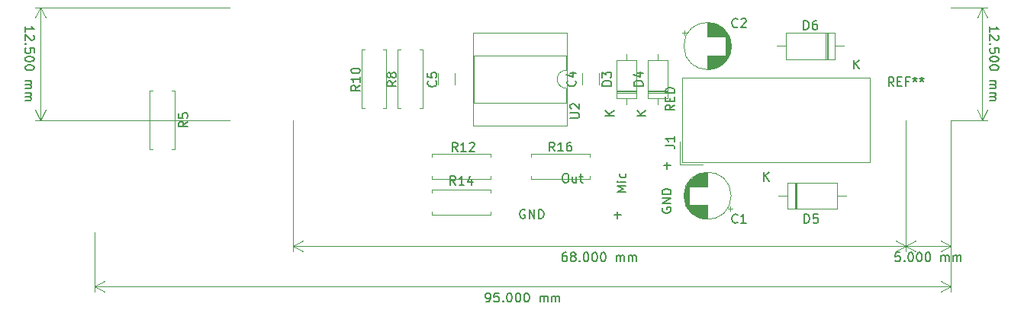
<source format=gbr>
G04 #@! TF.GenerationSoftware,KiCad,Pcbnew,5.1.5-52549c5~84~ubuntu18.04.1*
G04 #@! TF.CreationDate,2020-03-23T11:13:26-04:00*
G04 #@! TF.ProjectId,Mikrokosmos,4d696b72-6f6b-46f7-936d-6f732e6b6963,rev?*
G04 #@! TF.SameCoordinates,Original*
G04 #@! TF.FileFunction,Legend,Top*
G04 #@! TF.FilePolarity,Positive*
%FSLAX46Y46*%
G04 Gerber Fmt 4.6, Leading zero omitted, Abs format (unit mm)*
G04 Created by KiCad (PCBNEW 5.1.5-52549c5~84~ubuntu18.04.1) date 2020-03-23 11:13:26*
%MOMM*%
%LPD*%
G04 APERTURE LIST*
%ADD10C,0.150000*%
%ADD11C,0.120000*%
G04 APERTURE END LIST*
D10*
X143452380Y-132722380D02*
X143642857Y-132722380D01*
X143738095Y-132674761D01*
X143785714Y-132627142D01*
X143880952Y-132484285D01*
X143928571Y-132293809D01*
X143928571Y-131912857D01*
X143880952Y-131817619D01*
X143833333Y-131770000D01*
X143738095Y-131722380D01*
X143547619Y-131722380D01*
X143452380Y-131770000D01*
X143404761Y-131817619D01*
X143357142Y-131912857D01*
X143357142Y-132150952D01*
X143404761Y-132246190D01*
X143452380Y-132293809D01*
X143547619Y-132341428D01*
X143738095Y-132341428D01*
X143833333Y-132293809D01*
X143880952Y-132246190D01*
X143928571Y-132150952D01*
X144833333Y-131722380D02*
X144357142Y-131722380D01*
X144309523Y-132198571D01*
X144357142Y-132150952D01*
X144452380Y-132103333D01*
X144690476Y-132103333D01*
X144785714Y-132150952D01*
X144833333Y-132198571D01*
X144880952Y-132293809D01*
X144880952Y-132531904D01*
X144833333Y-132627142D01*
X144785714Y-132674761D01*
X144690476Y-132722380D01*
X144452380Y-132722380D01*
X144357142Y-132674761D01*
X144309523Y-132627142D01*
X145309523Y-132627142D02*
X145357142Y-132674761D01*
X145309523Y-132722380D01*
X145261904Y-132674761D01*
X145309523Y-132627142D01*
X145309523Y-132722380D01*
X145976190Y-131722380D02*
X146071428Y-131722380D01*
X146166666Y-131770000D01*
X146214285Y-131817619D01*
X146261904Y-131912857D01*
X146309523Y-132103333D01*
X146309523Y-132341428D01*
X146261904Y-132531904D01*
X146214285Y-132627142D01*
X146166666Y-132674761D01*
X146071428Y-132722380D01*
X145976190Y-132722380D01*
X145880952Y-132674761D01*
X145833333Y-132627142D01*
X145785714Y-132531904D01*
X145738095Y-132341428D01*
X145738095Y-132103333D01*
X145785714Y-131912857D01*
X145833333Y-131817619D01*
X145880952Y-131770000D01*
X145976190Y-131722380D01*
X146928571Y-131722380D02*
X147023809Y-131722380D01*
X147119047Y-131770000D01*
X147166666Y-131817619D01*
X147214285Y-131912857D01*
X147261904Y-132103333D01*
X147261904Y-132341428D01*
X147214285Y-132531904D01*
X147166666Y-132627142D01*
X147119047Y-132674761D01*
X147023809Y-132722380D01*
X146928571Y-132722380D01*
X146833333Y-132674761D01*
X146785714Y-132627142D01*
X146738095Y-132531904D01*
X146690476Y-132341428D01*
X146690476Y-132103333D01*
X146738095Y-131912857D01*
X146785714Y-131817619D01*
X146833333Y-131770000D01*
X146928571Y-131722380D01*
X147880952Y-131722380D02*
X147976190Y-131722380D01*
X148071428Y-131770000D01*
X148119047Y-131817619D01*
X148166666Y-131912857D01*
X148214285Y-132103333D01*
X148214285Y-132341428D01*
X148166666Y-132531904D01*
X148119047Y-132627142D01*
X148071428Y-132674761D01*
X147976190Y-132722380D01*
X147880952Y-132722380D01*
X147785714Y-132674761D01*
X147738095Y-132627142D01*
X147690476Y-132531904D01*
X147642857Y-132341428D01*
X147642857Y-132103333D01*
X147690476Y-131912857D01*
X147738095Y-131817619D01*
X147785714Y-131770000D01*
X147880952Y-131722380D01*
X149404761Y-132722380D02*
X149404761Y-132055714D01*
X149404761Y-132150952D02*
X149452380Y-132103333D01*
X149547619Y-132055714D01*
X149690476Y-132055714D01*
X149785714Y-132103333D01*
X149833333Y-132198571D01*
X149833333Y-132722380D01*
X149833333Y-132198571D02*
X149880952Y-132103333D01*
X149976190Y-132055714D01*
X150119047Y-132055714D01*
X150214285Y-132103333D01*
X150261904Y-132198571D01*
X150261904Y-132722380D01*
X150738095Y-132722380D02*
X150738095Y-132055714D01*
X150738095Y-132150952D02*
X150785714Y-132103333D01*
X150880952Y-132055714D01*
X151023809Y-132055714D01*
X151119047Y-132103333D01*
X151166666Y-132198571D01*
X151166666Y-132722380D01*
X151166666Y-132198571D02*
X151214285Y-132103333D01*
X151309523Y-132055714D01*
X151452380Y-132055714D01*
X151547619Y-132103333D01*
X151595238Y-132198571D01*
X151595238Y-132722380D01*
D11*
X100000000Y-131000000D02*
X195000000Y-131000000D01*
X100000000Y-125000000D02*
X100000000Y-131586421D01*
X195000000Y-125000000D02*
X195000000Y-131586421D01*
X195000000Y-131000000D02*
X193873496Y-131586421D01*
X195000000Y-131000000D02*
X193873496Y-130413579D01*
X100000000Y-131000000D02*
X101126504Y-131586421D01*
X100000000Y-131000000D02*
X101126504Y-130413579D01*
D10*
X163000000Y-122261904D02*
X162952380Y-122357142D01*
X162952380Y-122500000D01*
X163000000Y-122642857D01*
X163095238Y-122738095D01*
X163190476Y-122785714D01*
X163380952Y-122833333D01*
X163523809Y-122833333D01*
X163714285Y-122785714D01*
X163809523Y-122738095D01*
X163904761Y-122642857D01*
X163952380Y-122500000D01*
X163952380Y-122404761D01*
X163904761Y-122261904D01*
X163857142Y-122214285D01*
X163523809Y-122214285D01*
X163523809Y-122404761D01*
X163952380Y-121785714D02*
X162952380Y-121785714D01*
X163952380Y-121214285D01*
X162952380Y-121214285D01*
X163952380Y-120738095D02*
X162952380Y-120738095D01*
X162952380Y-120500000D01*
X163000000Y-120357142D01*
X163095238Y-120261904D01*
X163190476Y-120214285D01*
X163380952Y-120166666D01*
X163523809Y-120166666D01*
X163714285Y-120214285D01*
X163809523Y-120261904D01*
X163904761Y-120357142D01*
X163952380Y-120500000D01*
X163952380Y-120738095D01*
X163119047Y-117571428D02*
X163880952Y-117571428D01*
X163500000Y-117952380D02*
X163500000Y-117190476D01*
X157619047Y-123071428D02*
X158380952Y-123071428D01*
X158000000Y-123452380D02*
X158000000Y-122690476D01*
X147738095Y-122500000D02*
X147642857Y-122452380D01*
X147500000Y-122452380D01*
X147357142Y-122500000D01*
X147261904Y-122595238D01*
X147214285Y-122690476D01*
X147166666Y-122880952D01*
X147166666Y-123023809D01*
X147214285Y-123214285D01*
X147261904Y-123309523D01*
X147357142Y-123404761D01*
X147500000Y-123452380D01*
X147595238Y-123452380D01*
X147738095Y-123404761D01*
X147785714Y-123357142D01*
X147785714Y-123023809D01*
X147595238Y-123023809D01*
X148214285Y-123452380D02*
X148214285Y-122452380D01*
X148785714Y-123452380D01*
X148785714Y-122452380D01*
X149261904Y-123452380D02*
X149261904Y-122452380D01*
X149500000Y-122452380D01*
X149642857Y-122500000D01*
X149738095Y-122595238D01*
X149785714Y-122690476D01*
X149833333Y-122880952D01*
X149833333Y-123023809D01*
X149785714Y-123214285D01*
X149738095Y-123309523D01*
X149642857Y-123404761D01*
X149500000Y-123452380D01*
X149261904Y-123452380D01*
X152334415Y-127220150D02*
X152143938Y-127220164D01*
X152048704Y-127267790D01*
X152001088Y-127315413D01*
X151905861Y-127458277D01*
X151858256Y-127648757D01*
X151858284Y-128029709D01*
X151905910Y-128124943D01*
X151953532Y-128172559D01*
X152048774Y-128220171D01*
X152239250Y-128220157D01*
X152334485Y-128172531D01*
X152382100Y-128124908D01*
X152429712Y-128029667D01*
X152429695Y-127791572D01*
X152382069Y-127696337D01*
X152334446Y-127648721D01*
X152239204Y-127601109D01*
X152048728Y-127601123D01*
X151953494Y-127648750D01*
X151905878Y-127696372D01*
X151858266Y-127791614D01*
X153001113Y-127648672D02*
X152905871Y-127601060D01*
X152858249Y-127553445D01*
X152810623Y-127458210D01*
X152810619Y-127410591D01*
X152858231Y-127315350D01*
X152905847Y-127267727D01*
X153001081Y-127220101D01*
X153191557Y-127220087D01*
X153286799Y-127267699D01*
X153334422Y-127315315D01*
X153382048Y-127410549D01*
X153382051Y-127458168D01*
X153334439Y-127553410D01*
X153286824Y-127601032D01*
X153191589Y-127648658D01*
X153001113Y-127648672D01*
X152905878Y-127696299D01*
X152858263Y-127743921D01*
X152810651Y-127839163D01*
X152810665Y-128029639D01*
X152858291Y-128124873D01*
X152905913Y-128172489D01*
X153001155Y-128220101D01*
X153191631Y-128220087D01*
X153286866Y-128172461D01*
X153334481Y-128124838D01*
X153382093Y-128029597D01*
X153382079Y-127839121D01*
X153334453Y-127743886D01*
X153286831Y-127696271D01*
X153191589Y-127648658D01*
X153810672Y-128124803D02*
X153858294Y-128172419D01*
X153810679Y-128220042D01*
X153763056Y-128172426D01*
X153810672Y-128124803D01*
X153810679Y-128220042D01*
X154477272Y-127219992D02*
X154572510Y-127219985D01*
X154667751Y-127267598D01*
X154715374Y-127315213D01*
X154763000Y-127410448D01*
X154810633Y-127600920D01*
X154810651Y-127839016D01*
X154763046Y-128029495D01*
X154715433Y-128124737D01*
X154667818Y-128172359D01*
X154572583Y-128219985D01*
X154477345Y-128219992D01*
X154382104Y-128172380D01*
X154334481Y-128124765D01*
X154286855Y-128029530D01*
X154239222Y-127839058D01*
X154239204Y-127600962D01*
X154286810Y-127410483D01*
X154334422Y-127315241D01*
X154382037Y-127267619D01*
X154477272Y-127219992D01*
X155429653Y-127219922D02*
X155524891Y-127219915D01*
X155620132Y-127267528D01*
X155667755Y-127315143D01*
X155715381Y-127410378D01*
X155763014Y-127600850D01*
X155763032Y-127838946D01*
X155715426Y-128029425D01*
X155667814Y-128124667D01*
X155620199Y-128172289D01*
X155524964Y-128219915D01*
X155429726Y-128219922D01*
X155334485Y-128172310D01*
X155286862Y-128124695D01*
X155239236Y-128029460D01*
X155191603Y-127838988D01*
X155191585Y-127600892D01*
X155239190Y-127410413D01*
X155286803Y-127315171D01*
X155334418Y-127267549D01*
X155429653Y-127219922D01*
X156382034Y-127219852D02*
X156477272Y-127219845D01*
X156572513Y-127267457D01*
X156620136Y-127315073D01*
X156667762Y-127410308D01*
X156715395Y-127600780D01*
X156715412Y-127838876D01*
X156667807Y-128029355D01*
X156620195Y-128124597D01*
X156572580Y-128172219D01*
X156477345Y-128219845D01*
X156382107Y-128219852D01*
X156286866Y-128172240D01*
X156239243Y-128124625D01*
X156191617Y-128029390D01*
X156143984Y-127838918D01*
X156143966Y-127600822D01*
X156191571Y-127410343D01*
X156239183Y-127315101D01*
X156286799Y-127267478D01*
X156382034Y-127219852D01*
X157905917Y-128219740D02*
X157905868Y-127553074D01*
X157905875Y-127648312D02*
X157953490Y-127600689D01*
X158048725Y-127553063D01*
X158191582Y-127553053D01*
X158286824Y-127600665D01*
X158334450Y-127695899D01*
X158334488Y-128219709D01*
X158334450Y-127695899D02*
X158382062Y-127600658D01*
X158477296Y-127553032D01*
X158620153Y-127553021D01*
X158715395Y-127600633D01*
X158763021Y-127695868D01*
X158763060Y-128219677D01*
X159239250Y-128219642D02*
X159239201Y-127552976D01*
X159239208Y-127648214D02*
X159286824Y-127600591D01*
X159382058Y-127552965D01*
X159524915Y-127552955D01*
X159620157Y-127600567D01*
X159667783Y-127695801D01*
X159667821Y-128219611D01*
X159667783Y-127695801D02*
X159715395Y-127600560D01*
X159810630Y-127552934D01*
X159953487Y-127552923D01*
X160048728Y-127600535D01*
X160096354Y-127695770D01*
X160096393Y-128219579D01*
D11*
X122001029Y-126500000D02*
X190001029Y-126495000D01*
X122000000Y-112505000D02*
X122001072Y-127086421D01*
X190000000Y-112500000D02*
X190001072Y-127081421D01*
X190001029Y-126495000D02*
X188874568Y-127081504D01*
X190001029Y-126495000D02*
X188874482Y-125908662D01*
X122001029Y-126500000D02*
X123127576Y-127086338D01*
X122001029Y-126500000D02*
X123127490Y-125913496D01*
D10*
X189357142Y-127222380D02*
X188880952Y-127222380D01*
X188833333Y-127698571D01*
X188880952Y-127650952D01*
X188976190Y-127603333D01*
X189214285Y-127603333D01*
X189309523Y-127650952D01*
X189357142Y-127698571D01*
X189404761Y-127793809D01*
X189404761Y-128031904D01*
X189357142Y-128127142D01*
X189309523Y-128174761D01*
X189214285Y-128222380D01*
X188976190Y-128222380D01*
X188880952Y-128174761D01*
X188833333Y-128127142D01*
X189833333Y-128127142D02*
X189880952Y-128174761D01*
X189833333Y-128222380D01*
X189785714Y-128174761D01*
X189833333Y-128127142D01*
X189833333Y-128222380D01*
X190500000Y-127222380D02*
X190595238Y-127222380D01*
X190690476Y-127270000D01*
X190738095Y-127317619D01*
X190785714Y-127412857D01*
X190833333Y-127603333D01*
X190833333Y-127841428D01*
X190785714Y-128031904D01*
X190738095Y-128127142D01*
X190690476Y-128174761D01*
X190595238Y-128222380D01*
X190500000Y-128222380D01*
X190404761Y-128174761D01*
X190357142Y-128127142D01*
X190309523Y-128031904D01*
X190261904Y-127841428D01*
X190261904Y-127603333D01*
X190309523Y-127412857D01*
X190357142Y-127317619D01*
X190404761Y-127270000D01*
X190500000Y-127222380D01*
X191452380Y-127222380D02*
X191547619Y-127222380D01*
X191642857Y-127270000D01*
X191690476Y-127317619D01*
X191738095Y-127412857D01*
X191785714Y-127603333D01*
X191785714Y-127841428D01*
X191738095Y-128031904D01*
X191690476Y-128127142D01*
X191642857Y-128174761D01*
X191547619Y-128222380D01*
X191452380Y-128222380D01*
X191357142Y-128174761D01*
X191309523Y-128127142D01*
X191261904Y-128031904D01*
X191214285Y-127841428D01*
X191214285Y-127603333D01*
X191261904Y-127412857D01*
X191309523Y-127317619D01*
X191357142Y-127270000D01*
X191452380Y-127222380D01*
X192404761Y-127222380D02*
X192500000Y-127222380D01*
X192595238Y-127270000D01*
X192642857Y-127317619D01*
X192690476Y-127412857D01*
X192738095Y-127603333D01*
X192738095Y-127841428D01*
X192690476Y-128031904D01*
X192642857Y-128127142D01*
X192595238Y-128174761D01*
X192500000Y-128222380D01*
X192404761Y-128222380D01*
X192309523Y-128174761D01*
X192261904Y-128127142D01*
X192214285Y-128031904D01*
X192166666Y-127841428D01*
X192166666Y-127603333D01*
X192214285Y-127412857D01*
X192261904Y-127317619D01*
X192309523Y-127270000D01*
X192404761Y-127222380D01*
X193928571Y-128222380D02*
X193928571Y-127555714D01*
X193928571Y-127650952D02*
X193976190Y-127603333D01*
X194071428Y-127555714D01*
X194214285Y-127555714D01*
X194309523Y-127603333D01*
X194357142Y-127698571D01*
X194357142Y-128222380D01*
X194357142Y-127698571D02*
X194404761Y-127603333D01*
X194500000Y-127555714D01*
X194642857Y-127555714D01*
X194738095Y-127603333D01*
X194785714Y-127698571D01*
X194785714Y-128222380D01*
X195261904Y-128222380D02*
X195261904Y-127555714D01*
X195261904Y-127650952D02*
X195309523Y-127603333D01*
X195404761Y-127555714D01*
X195547619Y-127555714D01*
X195642857Y-127603333D01*
X195690476Y-127698571D01*
X195690476Y-128222380D01*
X195690476Y-127698571D02*
X195738095Y-127603333D01*
X195833333Y-127555714D01*
X195976190Y-127555714D01*
X196071428Y-127603333D01*
X196119047Y-127698571D01*
X196119047Y-128222380D01*
D11*
X190000000Y-126500000D02*
X195000000Y-126500000D01*
X190000000Y-112500000D02*
X190000000Y-127086421D01*
X195000000Y-112500000D02*
X195000000Y-127086421D01*
X195000000Y-126500000D02*
X193873496Y-127086421D01*
X195000000Y-126500000D02*
X193873496Y-125913579D01*
X190000000Y-126500000D02*
X191126504Y-127086421D01*
X190000000Y-126500000D02*
X191126504Y-125913579D01*
D10*
X199317619Y-102678571D02*
X199317619Y-102107142D01*
X199317619Y-102392857D02*
X200317619Y-102392857D01*
X200174761Y-102297619D01*
X200079523Y-102202380D01*
X200031904Y-102107142D01*
X200222380Y-103059523D02*
X200270000Y-103107142D01*
X200317619Y-103202380D01*
X200317619Y-103440476D01*
X200270000Y-103535714D01*
X200222380Y-103583333D01*
X200127142Y-103630952D01*
X200031904Y-103630952D01*
X199889047Y-103583333D01*
X199317619Y-103011904D01*
X199317619Y-103630952D01*
X199412857Y-104059523D02*
X199365238Y-104107142D01*
X199317619Y-104059523D01*
X199365238Y-104011904D01*
X199412857Y-104059523D01*
X199317619Y-104059523D01*
X200317619Y-105011904D02*
X200317619Y-104535714D01*
X199841428Y-104488095D01*
X199889047Y-104535714D01*
X199936666Y-104630952D01*
X199936666Y-104869047D01*
X199889047Y-104964285D01*
X199841428Y-105011904D01*
X199746190Y-105059523D01*
X199508095Y-105059523D01*
X199412857Y-105011904D01*
X199365238Y-104964285D01*
X199317619Y-104869047D01*
X199317619Y-104630952D01*
X199365238Y-104535714D01*
X199412857Y-104488095D01*
X200317619Y-105678571D02*
X200317619Y-105773809D01*
X200270000Y-105869047D01*
X200222380Y-105916666D01*
X200127142Y-105964285D01*
X199936666Y-106011904D01*
X199698571Y-106011904D01*
X199508095Y-105964285D01*
X199412857Y-105916666D01*
X199365238Y-105869047D01*
X199317619Y-105773809D01*
X199317619Y-105678571D01*
X199365238Y-105583333D01*
X199412857Y-105535714D01*
X199508095Y-105488095D01*
X199698571Y-105440476D01*
X199936666Y-105440476D01*
X200127142Y-105488095D01*
X200222380Y-105535714D01*
X200270000Y-105583333D01*
X200317619Y-105678571D01*
X200317619Y-106630952D02*
X200317619Y-106726190D01*
X200270000Y-106821428D01*
X200222380Y-106869047D01*
X200127142Y-106916666D01*
X199936666Y-106964285D01*
X199698571Y-106964285D01*
X199508095Y-106916666D01*
X199412857Y-106869047D01*
X199365238Y-106821428D01*
X199317619Y-106726190D01*
X199317619Y-106630952D01*
X199365238Y-106535714D01*
X199412857Y-106488095D01*
X199508095Y-106440476D01*
X199698571Y-106392857D01*
X199936666Y-106392857D01*
X200127142Y-106440476D01*
X200222380Y-106488095D01*
X200270000Y-106535714D01*
X200317619Y-106630952D01*
X199317619Y-108154761D02*
X199984285Y-108154761D01*
X199889047Y-108154761D02*
X199936666Y-108202380D01*
X199984285Y-108297619D01*
X199984285Y-108440476D01*
X199936666Y-108535714D01*
X199841428Y-108583333D01*
X199317619Y-108583333D01*
X199841428Y-108583333D02*
X199936666Y-108630952D01*
X199984285Y-108726190D01*
X199984285Y-108869047D01*
X199936666Y-108964285D01*
X199841428Y-109011904D01*
X199317619Y-109011904D01*
X199317619Y-109488095D02*
X199984285Y-109488095D01*
X199889047Y-109488095D02*
X199936666Y-109535714D01*
X199984285Y-109630952D01*
X199984285Y-109773809D01*
X199936666Y-109869047D01*
X199841428Y-109916666D01*
X199317619Y-109916666D01*
X199841428Y-109916666D02*
X199936666Y-109964285D01*
X199984285Y-110059523D01*
X199984285Y-110202380D01*
X199936666Y-110297619D01*
X199841428Y-110345238D01*
X199317619Y-110345238D01*
D11*
X198500000Y-100000000D02*
X198500000Y-112500000D01*
X195000000Y-100000000D02*
X199086421Y-100000000D01*
X195000000Y-112500000D02*
X199086421Y-112500000D01*
X198500000Y-112500000D02*
X197913579Y-111373496D01*
X198500000Y-112500000D02*
X199086421Y-111373496D01*
X198500000Y-100000000D02*
X197913579Y-101126504D01*
X198500000Y-100000000D02*
X199086421Y-101126504D01*
D10*
X92277619Y-102678571D02*
X92277619Y-102107142D01*
X92277619Y-102392857D02*
X93277619Y-102392857D01*
X93134761Y-102297619D01*
X93039523Y-102202380D01*
X92991904Y-102107142D01*
X93182380Y-103059523D02*
X93230000Y-103107142D01*
X93277619Y-103202380D01*
X93277619Y-103440476D01*
X93230000Y-103535714D01*
X93182380Y-103583333D01*
X93087142Y-103630952D01*
X92991904Y-103630952D01*
X92849047Y-103583333D01*
X92277619Y-103011904D01*
X92277619Y-103630952D01*
X92372857Y-104059523D02*
X92325238Y-104107142D01*
X92277619Y-104059523D01*
X92325238Y-104011904D01*
X92372857Y-104059523D01*
X92277619Y-104059523D01*
X93277619Y-105011904D02*
X93277619Y-104535714D01*
X92801428Y-104488095D01*
X92849047Y-104535714D01*
X92896666Y-104630952D01*
X92896666Y-104869047D01*
X92849047Y-104964285D01*
X92801428Y-105011904D01*
X92706190Y-105059523D01*
X92468095Y-105059523D01*
X92372857Y-105011904D01*
X92325238Y-104964285D01*
X92277619Y-104869047D01*
X92277619Y-104630952D01*
X92325238Y-104535714D01*
X92372857Y-104488095D01*
X93277619Y-105678571D02*
X93277619Y-105773809D01*
X93230000Y-105869047D01*
X93182380Y-105916666D01*
X93087142Y-105964285D01*
X92896666Y-106011904D01*
X92658571Y-106011904D01*
X92468095Y-105964285D01*
X92372857Y-105916666D01*
X92325238Y-105869047D01*
X92277619Y-105773809D01*
X92277619Y-105678571D01*
X92325238Y-105583333D01*
X92372857Y-105535714D01*
X92468095Y-105488095D01*
X92658571Y-105440476D01*
X92896666Y-105440476D01*
X93087142Y-105488095D01*
X93182380Y-105535714D01*
X93230000Y-105583333D01*
X93277619Y-105678571D01*
X93277619Y-106630952D02*
X93277619Y-106726190D01*
X93230000Y-106821428D01*
X93182380Y-106869047D01*
X93087142Y-106916666D01*
X92896666Y-106964285D01*
X92658571Y-106964285D01*
X92468095Y-106916666D01*
X92372857Y-106869047D01*
X92325238Y-106821428D01*
X92277619Y-106726190D01*
X92277619Y-106630952D01*
X92325238Y-106535714D01*
X92372857Y-106488095D01*
X92468095Y-106440476D01*
X92658571Y-106392857D01*
X92896666Y-106392857D01*
X93087142Y-106440476D01*
X93182380Y-106488095D01*
X93230000Y-106535714D01*
X93277619Y-106630952D01*
X92277619Y-108154761D02*
X92944285Y-108154761D01*
X92849047Y-108154761D02*
X92896666Y-108202380D01*
X92944285Y-108297619D01*
X92944285Y-108440476D01*
X92896666Y-108535714D01*
X92801428Y-108583333D01*
X92277619Y-108583333D01*
X92801428Y-108583333D02*
X92896666Y-108630952D01*
X92944285Y-108726190D01*
X92944285Y-108869047D01*
X92896666Y-108964285D01*
X92801428Y-109011904D01*
X92277619Y-109011904D01*
X92277619Y-109488095D02*
X92944285Y-109488095D01*
X92849047Y-109488095D02*
X92896666Y-109535714D01*
X92944285Y-109630952D01*
X92944285Y-109773809D01*
X92896666Y-109869047D01*
X92801428Y-109916666D01*
X92277619Y-109916666D01*
X92801428Y-109916666D02*
X92896666Y-109964285D01*
X92944285Y-110059523D01*
X92944285Y-110202380D01*
X92896666Y-110297619D01*
X92801428Y-110345238D01*
X92277619Y-110345238D01*
D11*
X94000000Y-100000000D02*
X94000000Y-112500000D01*
X115000000Y-100000000D02*
X93413579Y-100000000D01*
X115000000Y-112500000D02*
X93413579Y-112500000D01*
X94000000Y-112500000D02*
X93413579Y-111373496D01*
X94000000Y-112500000D02*
X94586421Y-111373496D01*
X94000000Y-100000000D02*
X93413579Y-101126504D01*
X94000000Y-100000000D02*
X94586421Y-101126504D01*
X181360000Y-105740000D02*
X181360000Y-102800000D01*
X181120000Y-105740000D02*
X181120000Y-102800000D01*
X181240000Y-105740000D02*
X181240000Y-102800000D01*
X175680000Y-104270000D02*
X176700000Y-104270000D01*
X183160000Y-104270000D02*
X182140000Y-104270000D01*
X176700000Y-105740000D02*
X182140000Y-105740000D01*
X176700000Y-102800000D02*
X176700000Y-105740000D01*
X182140000Y-102800000D02*
X176700000Y-102800000D01*
X182140000Y-105740000D02*
X182140000Y-102800000D01*
X164900000Y-117425000D02*
X164900000Y-114885000D01*
X164900000Y-117425000D02*
X167440000Y-117425000D01*
X165150000Y-117175000D02*
X165150000Y-107825000D01*
X186010000Y-117175000D02*
X165150000Y-117175000D01*
X186010000Y-107825000D02*
X186010000Y-117175000D01*
X165150000Y-107825000D02*
X186010000Y-107825000D01*
X152390000Y-113100000D02*
X152390000Y-102820000D01*
X141990000Y-113100000D02*
X152390000Y-113100000D01*
X141990000Y-102820000D02*
X141990000Y-113100000D01*
X152390000Y-102820000D02*
X141990000Y-102820000D01*
X152330000Y-110610000D02*
X152330000Y-108960000D01*
X142050000Y-110610000D02*
X152330000Y-110610000D01*
X142050000Y-105310000D02*
X142050000Y-110610000D01*
X152330000Y-105310000D02*
X142050000Y-105310000D01*
X152330000Y-106960000D02*
X152330000Y-105310000D01*
X152330000Y-108960000D02*
G75*
G02X152330000Y-106960000I0J1000000D01*
G01*
X148420000Y-116280000D02*
X148420000Y-116610000D01*
X154960000Y-116280000D02*
X148420000Y-116280000D01*
X154960000Y-116610000D02*
X154960000Y-116280000D01*
X148420000Y-119020000D02*
X148420000Y-118690000D01*
X154960000Y-119020000D02*
X148420000Y-119020000D01*
X154960000Y-118690000D02*
X154960000Y-119020000D01*
X143960000Y-123020000D02*
X143960000Y-122690000D01*
X137420000Y-123020000D02*
X143960000Y-123020000D01*
X137420000Y-122690000D02*
X137420000Y-123020000D01*
X143960000Y-120280000D02*
X143960000Y-120610000D01*
X137420000Y-120280000D02*
X143960000Y-120280000D01*
X137420000Y-120610000D02*
X137420000Y-120280000D01*
X137420000Y-116280000D02*
X137420000Y-116610000D01*
X143960000Y-116280000D02*
X137420000Y-116280000D01*
X143960000Y-116610000D02*
X143960000Y-116280000D01*
X137420000Y-119020000D02*
X137420000Y-118690000D01*
X143960000Y-119020000D02*
X137420000Y-119020000D01*
X143960000Y-118690000D02*
X143960000Y-119020000D01*
X136370000Y-104680000D02*
X136040000Y-104680000D01*
X136370000Y-111220000D02*
X136370000Y-104680000D01*
X136040000Y-111220000D02*
X136370000Y-111220000D01*
X133630000Y-104680000D02*
X133960000Y-104680000D01*
X133630000Y-111220000D02*
X133630000Y-104680000D01*
X133960000Y-111220000D02*
X133630000Y-111220000D01*
X129630000Y-111220000D02*
X129960000Y-111220000D01*
X129630000Y-104680000D02*
X129630000Y-111220000D01*
X129960000Y-104680000D02*
X129630000Y-104680000D01*
X132370000Y-111220000D02*
X132040000Y-111220000D01*
X132370000Y-104680000D02*
X132370000Y-111220000D01*
X132040000Y-104680000D02*
X132370000Y-104680000D01*
X106130000Y-115775000D02*
X106460000Y-115775000D01*
X106130000Y-109235000D02*
X106130000Y-115775000D01*
X106460000Y-109235000D02*
X106130000Y-109235000D01*
X108870000Y-115775000D02*
X108540000Y-115775000D01*
X108870000Y-109235000D02*
X108870000Y-115775000D01*
X108540000Y-109235000D02*
X108870000Y-109235000D01*
X177690000Y-119450000D02*
X177690000Y-122390000D01*
X177930000Y-119450000D02*
X177930000Y-122390000D01*
X177810000Y-119450000D02*
X177810000Y-122390000D01*
X183370000Y-120920000D02*
X182350000Y-120920000D01*
X175890000Y-120920000D02*
X176910000Y-120920000D01*
X182350000Y-119450000D02*
X176910000Y-119450000D01*
X182350000Y-122390000D02*
X182350000Y-119450000D01*
X176910000Y-122390000D02*
X182350000Y-122390000D01*
X176910000Y-119450000D02*
X176910000Y-122390000D01*
X161380000Y-109470000D02*
X163620000Y-109470000D01*
X161380000Y-109230000D02*
X163620000Y-109230000D01*
X161380000Y-109350000D02*
X163620000Y-109350000D01*
X162500000Y-105180000D02*
X162500000Y-105830000D01*
X162500000Y-110720000D02*
X162500000Y-110070000D01*
X161380000Y-105830000D02*
X161380000Y-110070000D01*
X163620000Y-105830000D02*
X161380000Y-105830000D01*
X163620000Y-110070000D02*
X163620000Y-105830000D01*
X161380000Y-110070000D02*
X163620000Y-110070000D01*
X157880000Y-109470000D02*
X160120000Y-109470000D01*
X157880000Y-109230000D02*
X160120000Y-109230000D01*
X157880000Y-109350000D02*
X160120000Y-109350000D01*
X159000000Y-105180000D02*
X159000000Y-105830000D01*
X159000000Y-110720000D02*
X159000000Y-110070000D01*
X157880000Y-105830000D02*
X157880000Y-110070000D01*
X160120000Y-105830000D02*
X157880000Y-105830000D01*
X160120000Y-110070000D02*
X160120000Y-105830000D01*
X157880000Y-110070000D02*
X160120000Y-110070000D01*
X139920000Y-108579000D02*
X139920000Y-107321000D01*
X138080000Y-108579000D02*
X138080000Y-107321000D01*
X155920000Y-108579000D02*
X155920000Y-107321000D01*
X154080000Y-108579000D02*
X154080000Y-107321000D01*
X165445225Y-102545000D02*
X165445225Y-103045000D01*
X165195225Y-102795000D02*
X165695225Y-102795000D01*
X170601000Y-103986000D02*
X170601000Y-104554000D01*
X170561000Y-103752000D02*
X170561000Y-104788000D01*
X170521000Y-103593000D02*
X170521000Y-104947000D01*
X170481000Y-103465000D02*
X170481000Y-105075000D01*
X170441000Y-103355000D02*
X170441000Y-105185000D01*
X170401000Y-103259000D02*
X170401000Y-105281000D01*
X170361000Y-103172000D02*
X170361000Y-105368000D01*
X170321000Y-103092000D02*
X170321000Y-105448000D01*
X170281000Y-103019000D02*
X170281000Y-105521000D01*
X170241000Y-102951000D02*
X170241000Y-105589000D01*
X170201000Y-102887000D02*
X170201000Y-105653000D01*
X170161000Y-102827000D02*
X170161000Y-105713000D01*
X170121000Y-102770000D02*
X170121000Y-105770000D01*
X170081000Y-102716000D02*
X170081000Y-105824000D01*
X170041000Y-102665000D02*
X170041000Y-105875000D01*
X170001000Y-105310000D02*
X170001000Y-105923000D01*
X170001000Y-102617000D02*
X170001000Y-103230000D01*
X169961000Y-105310000D02*
X169961000Y-105969000D01*
X169961000Y-102571000D02*
X169961000Y-103230000D01*
X169921000Y-105310000D02*
X169921000Y-106013000D01*
X169921000Y-102527000D02*
X169921000Y-103230000D01*
X169881000Y-105310000D02*
X169881000Y-106055000D01*
X169881000Y-102485000D02*
X169881000Y-103230000D01*
X169841000Y-105310000D02*
X169841000Y-106096000D01*
X169841000Y-102444000D02*
X169841000Y-103230000D01*
X169801000Y-105310000D02*
X169801000Y-106134000D01*
X169801000Y-102406000D02*
X169801000Y-103230000D01*
X169761000Y-105310000D02*
X169761000Y-106171000D01*
X169761000Y-102369000D02*
X169761000Y-103230000D01*
X169721000Y-105310000D02*
X169721000Y-106207000D01*
X169721000Y-102333000D02*
X169721000Y-103230000D01*
X169681000Y-105310000D02*
X169681000Y-106241000D01*
X169681000Y-102299000D02*
X169681000Y-103230000D01*
X169641000Y-105310000D02*
X169641000Y-106274000D01*
X169641000Y-102266000D02*
X169641000Y-103230000D01*
X169601000Y-105310000D02*
X169601000Y-106305000D01*
X169601000Y-102235000D02*
X169601000Y-103230000D01*
X169561000Y-105310000D02*
X169561000Y-106335000D01*
X169561000Y-102205000D02*
X169561000Y-103230000D01*
X169521000Y-105310000D02*
X169521000Y-106365000D01*
X169521000Y-102175000D02*
X169521000Y-103230000D01*
X169481000Y-105310000D02*
X169481000Y-106392000D01*
X169481000Y-102148000D02*
X169481000Y-103230000D01*
X169441000Y-105310000D02*
X169441000Y-106419000D01*
X169441000Y-102121000D02*
X169441000Y-103230000D01*
X169401000Y-105310000D02*
X169401000Y-106445000D01*
X169401000Y-102095000D02*
X169401000Y-103230000D01*
X169361000Y-105310000D02*
X169361000Y-106470000D01*
X169361000Y-102070000D02*
X169361000Y-103230000D01*
X169321000Y-105310000D02*
X169321000Y-106494000D01*
X169321000Y-102046000D02*
X169321000Y-103230000D01*
X169281000Y-105310000D02*
X169281000Y-106517000D01*
X169281000Y-102023000D02*
X169281000Y-103230000D01*
X169241000Y-105310000D02*
X169241000Y-106538000D01*
X169241000Y-102002000D02*
X169241000Y-103230000D01*
X169201000Y-105310000D02*
X169201000Y-106560000D01*
X169201000Y-101980000D02*
X169201000Y-103230000D01*
X169161000Y-105310000D02*
X169161000Y-106580000D01*
X169161000Y-101960000D02*
X169161000Y-103230000D01*
X169121000Y-105310000D02*
X169121000Y-106599000D01*
X169121000Y-101941000D02*
X169121000Y-103230000D01*
X169081000Y-105310000D02*
X169081000Y-106618000D01*
X169081000Y-101922000D02*
X169081000Y-103230000D01*
X169041000Y-105310000D02*
X169041000Y-106635000D01*
X169041000Y-101905000D02*
X169041000Y-103230000D01*
X169001000Y-105310000D02*
X169001000Y-106652000D01*
X169001000Y-101888000D02*
X169001000Y-103230000D01*
X168961000Y-105310000D02*
X168961000Y-106668000D01*
X168961000Y-101872000D02*
X168961000Y-103230000D01*
X168921000Y-105310000D02*
X168921000Y-106684000D01*
X168921000Y-101856000D02*
X168921000Y-103230000D01*
X168881000Y-105310000D02*
X168881000Y-106698000D01*
X168881000Y-101842000D02*
X168881000Y-103230000D01*
X168841000Y-105310000D02*
X168841000Y-106712000D01*
X168841000Y-101828000D02*
X168841000Y-103230000D01*
X168801000Y-105310000D02*
X168801000Y-106725000D01*
X168801000Y-101815000D02*
X168801000Y-103230000D01*
X168761000Y-105310000D02*
X168761000Y-106738000D01*
X168761000Y-101802000D02*
X168761000Y-103230000D01*
X168721000Y-105310000D02*
X168721000Y-106750000D01*
X168721000Y-101790000D02*
X168721000Y-103230000D01*
X168680000Y-105310000D02*
X168680000Y-106761000D01*
X168680000Y-101779000D02*
X168680000Y-103230000D01*
X168640000Y-105310000D02*
X168640000Y-106771000D01*
X168640000Y-101769000D02*
X168640000Y-103230000D01*
X168600000Y-105310000D02*
X168600000Y-106781000D01*
X168600000Y-101759000D02*
X168600000Y-103230000D01*
X168560000Y-105310000D02*
X168560000Y-106790000D01*
X168560000Y-101750000D02*
X168560000Y-103230000D01*
X168520000Y-105310000D02*
X168520000Y-106798000D01*
X168520000Y-101742000D02*
X168520000Y-103230000D01*
X168480000Y-105310000D02*
X168480000Y-106806000D01*
X168480000Y-101734000D02*
X168480000Y-103230000D01*
X168440000Y-105310000D02*
X168440000Y-106813000D01*
X168440000Y-101727000D02*
X168440000Y-103230000D01*
X168400000Y-105310000D02*
X168400000Y-106820000D01*
X168400000Y-101720000D02*
X168400000Y-103230000D01*
X168360000Y-105310000D02*
X168360000Y-106826000D01*
X168360000Y-101714000D02*
X168360000Y-103230000D01*
X168320000Y-105310000D02*
X168320000Y-106831000D01*
X168320000Y-101709000D02*
X168320000Y-103230000D01*
X168280000Y-105310000D02*
X168280000Y-106835000D01*
X168280000Y-101705000D02*
X168280000Y-103230000D01*
X168240000Y-105310000D02*
X168240000Y-106839000D01*
X168240000Y-101701000D02*
X168240000Y-103230000D01*
X168200000Y-105310000D02*
X168200000Y-106843000D01*
X168200000Y-101697000D02*
X168200000Y-103230000D01*
X168160000Y-105310000D02*
X168160000Y-106846000D01*
X168160000Y-101694000D02*
X168160000Y-103230000D01*
X168120000Y-105310000D02*
X168120000Y-106848000D01*
X168120000Y-101692000D02*
X168120000Y-103230000D01*
X168080000Y-105310000D02*
X168080000Y-106849000D01*
X168080000Y-101691000D02*
X168080000Y-103230000D01*
X168040000Y-101690000D02*
X168040000Y-103230000D01*
X168040000Y-105310000D02*
X168040000Y-106850000D01*
X168000000Y-101690000D02*
X168000000Y-103230000D01*
X168000000Y-105310000D02*
X168000000Y-106850000D01*
X170620000Y-104270000D02*
G75*
G03X170620000Y-104270000I-2620000J0D01*
G01*
X170554775Y-122645000D02*
X170554775Y-122145000D01*
X170804775Y-122395000D02*
X170304775Y-122395000D01*
X165399000Y-121204000D02*
X165399000Y-120636000D01*
X165439000Y-121438000D02*
X165439000Y-120402000D01*
X165479000Y-121597000D02*
X165479000Y-120243000D01*
X165519000Y-121725000D02*
X165519000Y-120115000D01*
X165559000Y-121835000D02*
X165559000Y-120005000D01*
X165599000Y-121931000D02*
X165599000Y-119909000D01*
X165639000Y-122018000D02*
X165639000Y-119822000D01*
X165679000Y-122098000D02*
X165679000Y-119742000D01*
X165719000Y-122171000D02*
X165719000Y-119669000D01*
X165759000Y-122239000D02*
X165759000Y-119601000D01*
X165799000Y-122303000D02*
X165799000Y-119537000D01*
X165839000Y-122363000D02*
X165839000Y-119477000D01*
X165879000Y-122420000D02*
X165879000Y-119420000D01*
X165919000Y-122474000D02*
X165919000Y-119366000D01*
X165959000Y-122525000D02*
X165959000Y-119315000D01*
X165999000Y-119880000D02*
X165999000Y-119267000D01*
X165999000Y-122573000D02*
X165999000Y-121960000D01*
X166039000Y-119880000D02*
X166039000Y-119221000D01*
X166039000Y-122619000D02*
X166039000Y-121960000D01*
X166079000Y-119880000D02*
X166079000Y-119177000D01*
X166079000Y-122663000D02*
X166079000Y-121960000D01*
X166119000Y-119880000D02*
X166119000Y-119135000D01*
X166119000Y-122705000D02*
X166119000Y-121960000D01*
X166159000Y-119880000D02*
X166159000Y-119094000D01*
X166159000Y-122746000D02*
X166159000Y-121960000D01*
X166199000Y-119880000D02*
X166199000Y-119056000D01*
X166199000Y-122784000D02*
X166199000Y-121960000D01*
X166239000Y-119880000D02*
X166239000Y-119019000D01*
X166239000Y-122821000D02*
X166239000Y-121960000D01*
X166279000Y-119880000D02*
X166279000Y-118983000D01*
X166279000Y-122857000D02*
X166279000Y-121960000D01*
X166319000Y-119880000D02*
X166319000Y-118949000D01*
X166319000Y-122891000D02*
X166319000Y-121960000D01*
X166359000Y-119880000D02*
X166359000Y-118916000D01*
X166359000Y-122924000D02*
X166359000Y-121960000D01*
X166399000Y-119880000D02*
X166399000Y-118885000D01*
X166399000Y-122955000D02*
X166399000Y-121960000D01*
X166439000Y-119880000D02*
X166439000Y-118855000D01*
X166439000Y-122985000D02*
X166439000Y-121960000D01*
X166479000Y-119880000D02*
X166479000Y-118825000D01*
X166479000Y-123015000D02*
X166479000Y-121960000D01*
X166519000Y-119880000D02*
X166519000Y-118798000D01*
X166519000Y-123042000D02*
X166519000Y-121960000D01*
X166559000Y-119880000D02*
X166559000Y-118771000D01*
X166559000Y-123069000D02*
X166559000Y-121960000D01*
X166599000Y-119880000D02*
X166599000Y-118745000D01*
X166599000Y-123095000D02*
X166599000Y-121960000D01*
X166639000Y-119880000D02*
X166639000Y-118720000D01*
X166639000Y-123120000D02*
X166639000Y-121960000D01*
X166679000Y-119880000D02*
X166679000Y-118696000D01*
X166679000Y-123144000D02*
X166679000Y-121960000D01*
X166719000Y-119880000D02*
X166719000Y-118673000D01*
X166719000Y-123167000D02*
X166719000Y-121960000D01*
X166759000Y-119880000D02*
X166759000Y-118652000D01*
X166759000Y-123188000D02*
X166759000Y-121960000D01*
X166799000Y-119880000D02*
X166799000Y-118630000D01*
X166799000Y-123210000D02*
X166799000Y-121960000D01*
X166839000Y-119880000D02*
X166839000Y-118610000D01*
X166839000Y-123230000D02*
X166839000Y-121960000D01*
X166879000Y-119880000D02*
X166879000Y-118591000D01*
X166879000Y-123249000D02*
X166879000Y-121960000D01*
X166919000Y-119880000D02*
X166919000Y-118572000D01*
X166919000Y-123268000D02*
X166919000Y-121960000D01*
X166959000Y-119880000D02*
X166959000Y-118555000D01*
X166959000Y-123285000D02*
X166959000Y-121960000D01*
X166999000Y-119880000D02*
X166999000Y-118538000D01*
X166999000Y-123302000D02*
X166999000Y-121960000D01*
X167039000Y-119880000D02*
X167039000Y-118522000D01*
X167039000Y-123318000D02*
X167039000Y-121960000D01*
X167079000Y-119880000D02*
X167079000Y-118506000D01*
X167079000Y-123334000D02*
X167079000Y-121960000D01*
X167119000Y-119880000D02*
X167119000Y-118492000D01*
X167119000Y-123348000D02*
X167119000Y-121960000D01*
X167159000Y-119880000D02*
X167159000Y-118478000D01*
X167159000Y-123362000D02*
X167159000Y-121960000D01*
X167199000Y-119880000D02*
X167199000Y-118465000D01*
X167199000Y-123375000D02*
X167199000Y-121960000D01*
X167239000Y-119880000D02*
X167239000Y-118452000D01*
X167239000Y-123388000D02*
X167239000Y-121960000D01*
X167279000Y-119880000D02*
X167279000Y-118440000D01*
X167279000Y-123400000D02*
X167279000Y-121960000D01*
X167320000Y-119880000D02*
X167320000Y-118429000D01*
X167320000Y-123411000D02*
X167320000Y-121960000D01*
X167360000Y-119880000D02*
X167360000Y-118419000D01*
X167360000Y-123421000D02*
X167360000Y-121960000D01*
X167400000Y-119880000D02*
X167400000Y-118409000D01*
X167400000Y-123431000D02*
X167400000Y-121960000D01*
X167440000Y-119880000D02*
X167440000Y-118400000D01*
X167440000Y-123440000D02*
X167440000Y-121960000D01*
X167480000Y-119880000D02*
X167480000Y-118392000D01*
X167480000Y-123448000D02*
X167480000Y-121960000D01*
X167520000Y-119880000D02*
X167520000Y-118384000D01*
X167520000Y-123456000D02*
X167520000Y-121960000D01*
X167560000Y-119880000D02*
X167560000Y-118377000D01*
X167560000Y-123463000D02*
X167560000Y-121960000D01*
X167600000Y-119880000D02*
X167600000Y-118370000D01*
X167600000Y-123470000D02*
X167600000Y-121960000D01*
X167640000Y-119880000D02*
X167640000Y-118364000D01*
X167640000Y-123476000D02*
X167640000Y-121960000D01*
X167680000Y-119880000D02*
X167680000Y-118359000D01*
X167680000Y-123481000D02*
X167680000Y-121960000D01*
X167720000Y-119880000D02*
X167720000Y-118355000D01*
X167720000Y-123485000D02*
X167720000Y-121960000D01*
X167760000Y-119880000D02*
X167760000Y-118351000D01*
X167760000Y-123489000D02*
X167760000Y-121960000D01*
X167800000Y-119880000D02*
X167800000Y-118347000D01*
X167800000Y-123493000D02*
X167800000Y-121960000D01*
X167840000Y-119880000D02*
X167840000Y-118344000D01*
X167840000Y-123496000D02*
X167840000Y-121960000D01*
X167880000Y-119880000D02*
X167880000Y-118342000D01*
X167880000Y-123498000D02*
X167880000Y-121960000D01*
X167920000Y-119880000D02*
X167920000Y-118341000D01*
X167920000Y-123499000D02*
X167920000Y-121960000D01*
X167960000Y-123500000D02*
X167960000Y-121960000D01*
X167960000Y-119880000D02*
X167960000Y-118340000D01*
X168000000Y-123500000D02*
X168000000Y-121960000D01*
X168000000Y-119880000D02*
X168000000Y-118340000D01*
X170620000Y-120920000D02*
G75*
G03X170620000Y-120920000I-2620000J0D01*
G01*
D10*
X152166666Y-118452380D02*
X152357142Y-118452380D01*
X152452380Y-118500000D01*
X152547619Y-118595238D01*
X152595238Y-118785714D01*
X152595238Y-119119047D01*
X152547619Y-119309523D01*
X152452380Y-119404761D01*
X152357142Y-119452380D01*
X152166666Y-119452380D01*
X152071428Y-119404761D01*
X151976190Y-119309523D01*
X151928571Y-119119047D01*
X151928571Y-118785714D01*
X151976190Y-118595238D01*
X152071428Y-118500000D01*
X152166666Y-118452380D01*
X153452380Y-118785714D02*
X153452380Y-119452380D01*
X153023809Y-118785714D02*
X153023809Y-119309523D01*
X153071428Y-119404761D01*
X153166666Y-119452380D01*
X153309523Y-119452380D01*
X153404761Y-119404761D01*
X153452380Y-119357142D01*
X153785714Y-118785714D02*
X154166666Y-118785714D01*
X153928571Y-118452380D02*
X153928571Y-119309523D01*
X153976190Y-119404761D01*
X154071428Y-119452380D01*
X154166666Y-119452380D01*
X158952380Y-120500000D02*
X157952380Y-120500000D01*
X158666666Y-120166666D01*
X157952380Y-119833333D01*
X158952380Y-119833333D01*
X158952380Y-119357142D02*
X158285714Y-119357142D01*
X157952380Y-119357142D02*
X158000000Y-119404761D01*
X158047619Y-119357142D01*
X158000000Y-119309523D01*
X157952380Y-119357142D01*
X158047619Y-119357142D01*
X158904761Y-118452380D02*
X158952380Y-118547619D01*
X158952380Y-118738095D01*
X158904761Y-118833333D01*
X158857142Y-118880952D01*
X158761904Y-118928571D01*
X158476190Y-118928571D01*
X158380952Y-118880952D01*
X158333333Y-118833333D01*
X158285714Y-118738095D01*
X158285714Y-118547619D01*
X158333333Y-118452380D01*
X188666666Y-108752380D02*
X188333333Y-108276190D01*
X188095238Y-108752380D02*
X188095238Y-107752380D01*
X188476190Y-107752380D01*
X188571428Y-107800000D01*
X188619047Y-107847619D01*
X188666666Y-107942857D01*
X188666666Y-108085714D01*
X188619047Y-108180952D01*
X188571428Y-108228571D01*
X188476190Y-108276190D01*
X188095238Y-108276190D01*
X189095238Y-108228571D02*
X189428571Y-108228571D01*
X189571428Y-108752380D02*
X189095238Y-108752380D01*
X189095238Y-107752380D01*
X189571428Y-107752380D01*
X190333333Y-108228571D02*
X190000000Y-108228571D01*
X190000000Y-108752380D02*
X190000000Y-107752380D01*
X190476190Y-107752380D01*
X191000000Y-107752380D02*
X191000000Y-107990476D01*
X190761904Y-107895238D02*
X191000000Y-107990476D01*
X191238095Y-107895238D01*
X190857142Y-108180952D02*
X191000000Y-107990476D01*
X191142857Y-108180952D01*
X191761904Y-107752380D02*
X191761904Y-107990476D01*
X191523809Y-107895238D02*
X191761904Y-107990476D01*
X192000000Y-107895238D01*
X191619047Y-108180952D02*
X191761904Y-107990476D01*
X191904761Y-108180952D01*
X178681904Y-102452380D02*
X178681904Y-101452380D01*
X178920000Y-101452380D01*
X179062857Y-101500000D01*
X179158095Y-101595238D01*
X179205714Y-101690476D01*
X179253333Y-101880952D01*
X179253333Y-102023809D01*
X179205714Y-102214285D01*
X179158095Y-102309523D01*
X179062857Y-102404761D01*
X178920000Y-102452380D01*
X178681904Y-102452380D01*
X180110476Y-101452380D02*
X179920000Y-101452380D01*
X179824761Y-101500000D01*
X179777142Y-101547619D01*
X179681904Y-101690476D01*
X179634285Y-101880952D01*
X179634285Y-102261904D01*
X179681904Y-102357142D01*
X179729523Y-102404761D01*
X179824761Y-102452380D01*
X180015238Y-102452380D01*
X180110476Y-102404761D01*
X180158095Y-102357142D01*
X180205714Y-102261904D01*
X180205714Y-102023809D01*
X180158095Y-101928571D01*
X180110476Y-101880952D01*
X180015238Y-101833333D01*
X179824761Y-101833333D01*
X179729523Y-101880952D01*
X179681904Y-101928571D01*
X179634285Y-102023809D01*
X184238095Y-106822380D02*
X184238095Y-105822380D01*
X184809523Y-106822380D02*
X184380952Y-106250952D01*
X184809523Y-105822380D02*
X184238095Y-106393809D01*
X163352380Y-115303333D02*
X164066666Y-115303333D01*
X164209523Y-115350952D01*
X164304761Y-115446190D01*
X164352380Y-115589047D01*
X164352380Y-115684285D01*
X164352380Y-114303333D02*
X164352380Y-114874761D01*
X164352380Y-114589047D02*
X163352380Y-114589047D01*
X163495238Y-114684285D01*
X163590476Y-114779523D01*
X163638095Y-114874761D01*
X164352380Y-110812857D02*
X163876190Y-111146190D01*
X164352380Y-111384285D02*
X163352380Y-111384285D01*
X163352380Y-111003333D01*
X163400000Y-110908095D01*
X163447619Y-110860476D01*
X163542857Y-110812857D01*
X163685714Y-110812857D01*
X163780952Y-110860476D01*
X163828571Y-110908095D01*
X163876190Y-111003333D01*
X163876190Y-111384285D01*
X163828571Y-110384285D02*
X163828571Y-110050952D01*
X164352380Y-109908095D02*
X164352380Y-110384285D01*
X163352380Y-110384285D01*
X163352380Y-109908095D01*
X164352380Y-109479523D02*
X163352380Y-109479523D01*
X163352380Y-109241428D01*
X163400000Y-109098571D01*
X163495238Y-109003333D01*
X163590476Y-108955714D01*
X163780952Y-108908095D01*
X163923809Y-108908095D01*
X164114285Y-108955714D01*
X164209523Y-109003333D01*
X164304761Y-109098571D01*
X164352380Y-109241428D01*
X164352380Y-109479523D01*
X152782380Y-112261904D02*
X153591904Y-112261904D01*
X153687142Y-112214285D01*
X153734761Y-112166666D01*
X153782380Y-112071428D01*
X153782380Y-111880952D01*
X153734761Y-111785714D01*
X153687142Y-111738095D01*
X153591904Y-111690476D01*
X152782380Y-111690476D01*
X152877619Y-111261904D02*
X152830000Y-111214285D01*
X152782380Y-111119047D01*
X152782380Y-110880952D01*
X152830000Y-110785714D01*
X152877619Y-110738095D01*
X152972857Y-110690476D01*
X153068095Y-110690476D01*
X153210952Y-110738095D01*
X153782380Y-111309523D01*
X153782380Y-110690476D01*
X151047142Y-115952380D02*
X150713809Y-115476190D01*
X150475714Y-115952380D02*
X150475714Y-114952380D01*
X150856666Y-114952380D01*
X150951904Y-115000000D01*
X150999523Y-115047619D01*
X151047142Y-115142857D01*
X151047142Y-115285714D01*
X150999523Y-115380952D01*
X150951904Y-115428571D01*
X150856666Y-115476190D01*
X150475714Y-115476190D01*
X151999523Y-115952380D02*
X151428095Y-115952380D01*
X151713809Y-115952380D02*
X151713809Y-114952380D01*
X151618571Y-115095238D01*
X151523333Y-115190476D01*
X151428095Y-115238095D01*
X152856666Y-114952380D02*
X152666190Y-114952380D01*
X152570952Y-115000000D01*
X152523333Y-115047619D01*
X152428095Y-115190476D01*
X152380476Y-115380952D01*
X152380476Y-115761904D01*
X152428095Y-115857142D01*
X152475714Y-115904761D01*
X152570952Y-115952380D01*
X152761428Y-115952380D01*
X152856666Y-115904761D01*
X152904285Y-115857142D01*
X152951904Y-115761904D01*
X152951904Y-115523809D01*
X152904285Y-115428571D01*
X152856666Y-115380952D01*
X152761428Y-115333333D01*
X152570952Y-115333333D01*
X152475714Y-115380952D01*
X152428095Y-115428571D01*
X152380476Y-115523809D01*
X140047142Y-119732380D02*
X139713809Y-119256190D01*
X139475714Y-119732380D02*
X139475714Y-118732380D01*
X139856666Y-118732380D01*
X139951904Y-118780000D01*
X139999523Y-118827619D01*
X140047142Y-118922857D01*
X140047142Y-119065714D01*
X139999523Y-119160952D01*
X139951904Y-119208571D01*
X139856666Y-119256190D01*
X139475714Y-119256190D01*
X140999523Y-119732380D02*
X140428095Y-119732380D01*
X140713809Y-119732380D02*
X140713809Y-118732380D01*
X140618571Y-118875238D01*
X140523333Y-118970476D01*
X140428095Y-119018095D01*
X141856666Y-119065714D02*
X141856666Y-119732380D01*
X141618571Y-118684761D02*
X141380476Y-119399047D01*
X141999523Y-119399047D01*
X140257142Y-116002380D02*
X139923809Y-115526190D01*
X139685714Y-116002380D02*
X139685714Y-115002380D01*
X140066666Y-115002380D01*
X140161904Y-115050000D01*
X140209523Y-115097619D01*
X140257142Y-115192857D01*
X140257142Y-115335714D01*
X140209523Y-115430952D01*
X140161904Y-115478571D01*
X140066666Y-115526190D01*
X139685714Y-115526190D01*
X141209523Y-116002380D02*
X140638095Y-116002380D01*
X140923809Y-116002380D02*
X140923809Y-115002380D01*
X140828571Y-115145238D01*
X140733333Y-115240476D01*
X140638095Y-115288095D01*
X141590476Y-115097619D02*
X141638095Y-115050000D01*
X141733333Y-115002380D01*
X141971428Y-115002380D01*
X142066666Y-115050000D01*
X142114285Y-115097619D01*
X142161904Y-115192857D01*
X142161904Y-115288095D01*
X142114285Y-115430952D01*
X141542857Y-116002380D01*
X142161904Y-116002380D01*
X129452380Y-108642857D02*
X128976190Y-108976190D01*
X129452380Y-109214285D02*
X128452380Y-109214285D01*
X128452380Y-108833333D01*
X128500000Y-108738095D01*
X128547619Y-108690476D01*
X128642857Y-108642857D01*
X128785714Y-108642857D01*
X128880952Y-108690476D01*
X128928571Y-108738095D01*
X128976190Y-108833333D01*
X128976190Y-109214285D01*
X129452380Y-107690476D02*
X129452380Y-108261904D01*
X129452380Y-107976190D02*
X128452380Y-107976190D01*
X128595238Y-108071428D01*
X128690476Y-108166666D01*
X128738095Y-108261904D01*
X128452380Y-107071428D02*
X128452380Y-106976190D01*
X128500000Y-106880952D01*
X128547619Y-106833333D01*
X128642857Y-106785714D01*
X128833333Y-106738095D01*
X129071428Y-106738095D01*
X129261904Y-106785714D01*
X129357142Y-106833333D01*
X129404761Y-106880952D01*
X129452380Y-106976190D01*
X129452380Y-107071428D01*
X129404761Y-107166666D01*
X129357142Y-107214285D01*
X129261904Y-107261904D01*
X129071428Y-107309523D01*
X128833333Y-107309523D01*
X128642857Y-107261904D01*
X128547619Y-107214285D01*
X128500000Y-107166666D01*
X128452380Y-107071428D01*
X133452380Y-108166666D02*
X132976190Y-108500000D01*
X133452380Y-108738095D02*
X132452380Y-108738095D01*
X132452380Y-108357142D01*
X132500000Y-108261904D01*
X132547619Y-108214285D01*
X132642857Y-108166666D01*
X132785714Y-108166666D01*
X132880952Y-108214285D01*
X132928571Y-108261904D01*
X132976190Y-108357142D01*
X132976190Y-108738095D01*
X132880952Y-107595238D02*
X132833333Y-107690476D01*
X132785714Y-107738095D01*
X132690476Y-107785714D01*
X132642857Y-107785714D01*
X132547619Y-107738095D01*
X132500000Y-107690476D01*
X132452380Y-107595238D01*
X132452380Y-107404761D01*
X132500000Y-107309523D01*
X132547619Y-107261904D01*
X132642857Y-107214285D01*
X132690476Y-107214285D01*
X132785714Y-107261904D01*
X132833333Y-107309523D01*
X132880952Y-107404761D01*
X132880952Y-107595238D01*
X132928571Y-107690476D01*
X132976190Y-107738095D01*
X133071428Y-107785714D01*
X133261904Y-107785714D01*
X133357142Y-107738095D01*
X133404761Y-107690476D01*
X133452380Y-107595238D01*
X133452380Y-107404761D01*
X133404761Y-107309523D01*
X133357142Y-107261904D01*
X133261904Y-107214285D01*
X133071428Y-107214285D01*
X132976190Y-107261904D01*
X132928571Y-107309523D01*
X132880952Y-107404761D01*
X110322380Y-112671666D02*
X109846190Y-113005000D01*
X110322380Y-113243095D02*
X109322380Y-113243095D01*
X109322380Y-112862142D01*
X109370000Y-112766904D01*
X109417619Y-112719285D01*
X109512857Y-112671666D01*
X109655714Y-112671666D01*
X109750952Y-112719285D01*
X109798571Y-112766904D01*
X109846190Y-112862142D01*
X109846190Y-113243095D01*
X109322380Y-111766904D02*
X109322380Y-112243095D01*
X109798571Y-112290714D01*
X109750952Y-112243095D01*
X109703333Y-112147857D01*
X109703333Y-111909761D01*
X109750952Y-111814523D01*
X109798571Y-111766904D01*
X109893809Y-111719285D01*
X110131904Y-111719285D01*
X110227142Y-111766904D01*
X110274761Y-111814523D01*
X110322380Y-111909761D01*
X110322380Y-112147857D01*
X110274761Y-112243095D01*
X110227142Y-112290714D01*
X178761904Y-123952380D02*
X178761904Y-122952380D01*
X179000000Y-122952380D01*
X179142857Y-123000000D01*
X179238095Y-123095238D01*
X179285714Y-123190476D01*
X179333333Y-123380952D01*
X179333333Y-123523809D01*
X179285714Y-123714285D01*
X179238095Y-123809523D01*
X179142857Y-123904761D01*
X179000000Y-123952380D01*
X178761904Y-123952380D01*
X180238095Y-122952380D02*
X179761904Y-122952380D01*
X179714285Y-123428571D01*
X179761904Y-123380952D01*
X179857142Y-123333333D01*
X180095238Y-123333333D01*
X180190476Y-123380952D01*
X180238095Y-123428571D01*
X180285714Y-123523809D01*
X180285714Y-123761904D01*
X180238095Y-123857142D01*
X180190476Y-123904761D01*
X180095238Y-123952380D01*
X179857142Y-123952380D01*
X179761904Y-123904761D01*
X179714285Y-123857142D01*
X174288095Y-119272380D02*
X174288095Y-118272380D01*
X174859523Y-119272380D02*
X174430952Y-118700952D01*
X174859523Y-118272380D02*
X174288095Y-118843809D01*
X160832380Y-108688095D02*
X159832380Y-108688095D01*
X159832380Y-108450000D01*
X159880000Y-108307142D01*
X159975238Y-108211904D01*
X160070476Y-108164285D01*
X160260952Y-108116666D01*
X160403809Y-108116666D01*
X160594285Y-108164285D01*
X160689523Y-108211904D01*
X160784761Y-108307142D01*
X160832380Y-108450000D01*
X160832380Y-108688095D01*
X160165714Y-107259523D02*
X160832380Y-107259523D01*
X159784761Y-107497619D02*
X160499047Y-107735714D01*
X160499047Y-107116666D01*
X161152380Y-112021904D02*
X160152380Y-112021904D01*
X161152380Y-111450476D02*
X160580952Y-111879047D01*
X160152380Y-111450476D02*
X160723809Y-112021904D01*
X157332380Y-108688095D02*
X156332380Y-108688095D01*
X156332380Y-108450000D01*
X156380000Y-108307142D01*
X156475238Y-108211904D01*
X156570476Y-108164285D01*
X156760952Y-108116666D01*
X156903809Y-108116666D01*
X157094285Y-108164285D01*
X157189523Y-108211904D01*
X157284761Y-108307142D01*
X157332380Y-108450000D01*
X157332380Y-108688095D01*
X156332380Y-107783333D02*
X156332380Y-107164285D01*
X156713333Y-107497619D01*
X156713333Y-107354761D01*
X156760952Y-107259523D01*
X156808571Y-107211904D01*
X156903809Y-107164285D01*
X157141904Y-107164285D01*
X157237142Y-107211904D01*
X157284761Y-107259523D01*
X157332380Y-107354761D01*
X157332380Y-107640476D01*
X157284761Y-107735714D01*
X157237142Y-107783333D01*
X157652380Y-112021904D02*
X156652380Y-112021904D01*
X157652380Y-111450476D02*
X157080952Y-111879047D01*
X156652380Y-111450476D02*
X157223809Y-112021904D01*
X137857142Y-108166666D02*
X137904761Y-108214285D01*
X137952380Y-108357142D01*
X137952380Y-108452380D01*
X137904761Y-108595238D01*
X137809523Y-108690476D01*
X137714285Y-108738095D01*
X137523809Y-108785714D01*
X137380952Y-108785714D01*
X137190476Y-108738095D01*
X137095238Y-108690476D01*
X137000000Y-108595238D01*
X136952380Y-108452380D01*
X136952380Y-108357142D01*
X137000000Y-108214285D01*
X137047619Y-108166666D01*
X136952380Y-107261904D02*
X136952380Y-107738095D01*
X137428571Y-107785714D01*
X137380952Y-107738095D01*
X137333333Y-107642857D01*
X137333333Y-107404761D01*
X137380952Y-107309523D01*
X137428571Y-107261904D01*
X137523809Y-107214285D01*
X137761904Y-107214285D01*
X137857142Y-107261904D01*
X137904761Y-107309523D01*
X137952380Y-107404761D01*
X137952380Y-107642857D01*
X137904761Y-107738095D01*
X137857142Y-107785714D01*
X153307142Y-108116666D02*
X153354761Y-108164285D01*
X153402380Y-108307142D01*
X153402380Y-108402380D01*
X153354761Y-108545238D01*
X153259523Y-108640476D01*
X153164285Y-108688095D01*
X152973809Y-108735714D01*
X152830952Y-108735714D01*
X152640476Y-108688095D01*
X152545238Y-108640476D01*
X152450000Y-108545238D01*
X152402380Y-108402380D01*
X152402380Y-108307142D01*
X152450000Y-108164285D01*
X152497619Y-108116666D01*
X152735714Y-107259523D02*
X153402380Y-107259523D01*
X152354761Y-107497619D02*
X153069047Y-107735714D01*
X153069047Y-107116666D01*
X171333333Y-102127142D02*
X171285714Y-102174761D01*
X171142857Y-102222380D01*
X171047619Y-102222380D01*
X170904761Y-102174761D01*
X170809523Y-102079523D01*
X170761904Y-101984285D01*
X170714285Y-101793809D01*
X170714285Y-101650952D01*
X170761904Y-101460476D01*
X170809523Y-101365238D01*
X170904761Y-101270000D01*
X171047619Y-101222380D01*
X171142857Y-101222380D01*
X171285714Y-101270000D01*
X171333333Y-101317619D01*
X171714285Y-101317619D02*
X171761904Y-101270000D01*
X171857142Y-101222380D01*
X172095238Y-101222380D01*
X172190476Y-101270000D01*
X172238095Y-101317619D01*
X172285714Y-101412857D01*
X172285714Y-101508095D01*
X172238095Y-101650952D01*
X171666666Y-102222380D01*
X172285714Y-102222380D01*
X171333333Y-123857142D02*
X171285714Y-123904761D01*
X171142857Y-123952380D01*
X171047619Y-123952380D01*
X170904761Y-123904761D01*
X170809523Y-123809523D01*
X170761904Y-123714285D01*
X170714285Y-123523809D01*
X170714285Y-123380952D01*
X170761904Y-123190476D01*
X170809523Y-123095238D01*
X170904761Y-123000000D01*
X171047619Y-122952380D01*
X171142857Y-122952380D01*
X171285714Y-123000000D01*
X171333333Y-123047619D01*
X172285714Y-123952380D02*
X171714285Y-123952380D01*
X172000000Y-123952380D02*
X172000000Y-122952380D01*
X171904761Y-123095238D01*
X171809523Y-123190476D01*
X171714285Y-123238095D01*
M02*

</source>
